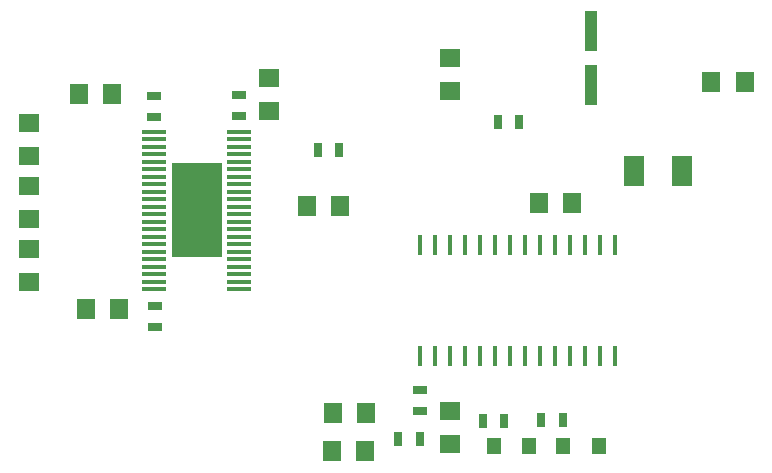
<source format=gtp>
G75*
G70*
%OFA0B0*%
%FSLAX24Y24*%
%IPPOS*%
%LPD*%
%AMOC8*
5,1,8,0,0,1.08239X$1,22.5*
%
%ADD10R,0.0669X0.0984*%
%ADD11R,0.0709X0.0630*%
%ADD12R,0.0394X0.1378*%
%ADD13R,0.0315X0.0472*%
%ADD14R,0.0472X0.0551*%
%ADD15R,0.0472X0.0315*%
%ADD16R,0.0138X0.0709*%
%ADD17R,0.0630X0.0709*%
%ADD18R,0.0787X0.0157*%
%ADD19R,0.1693X0.3150*%
D10*
X024053Y010919D03*
X025628Y010919D03*
D11*
X017919Y013584D03*
X017919Y014687D03*
X011888Y014018D03*
X011888Y012915D03*
X003884Y012506D03*
X003884Y011403D03*
X003876Y010415D03*
X003876Y009313D03*
X003876Y008325D03*
X003876Y007222D03*
X017919Y002919D03*
X017919Y001817D03*
D12*
X022596Y013793D03*
X022596Y015565D03*
D13*
X020210Y012533D03*
X019502Y012533D03*
X014222Y011600D03*
X013514Y011600D03*
X018994Y002565D03*
X019703Y002565D03*
X020955Y002612D03*
X021663Y002612D03*
X016892Y001974D03*
X016183Y001974D03*
D14*
X019372Y001738D03*
X020553Y001738D03*
X021691Y001734D03*
X022872Y001734D03*
D15*
X008061Y005714D03*
X008061Y006423D03*
X008045Y012707D03*
X008045Y013415D03*
X010880Y013443D03*
X010880Y012734D03*
X016907Y003620D03*
X016907Y002911D03*
D16*
X016903Y004734D03*
X017403Y004734D03*
X017903Y004734D03*
X018403Y004734D03*
X018903Y004734D03*
X019403Y004734D03*
X019903Y004734D03*
X020403Y004734D03*
X020903Y004734D03*
X021403Y004734D03*
X021903Y004734D03*
X022403Y004734D03*
X022903Y004734D03*
X023403Y004734D03*
X023403Y008435D03*
X022903Y008435D03*
X022403Y008435D03*
X021903Y008435D03*
X021403Y008435D03*
X020903Y008435D03*
X020403Y008435D03*
X019903Y008435D03*
X019403Y008435D03*
X018903Y008435D03*
X018403Y008435D03*
X017903Y008435D03*
X017403Y008435D03*
X016903Y008435D03*
D17*
X014234Y009754D03*
X013132Y009754D03*
X006868Y006301D03*
X005766Y006301D03*
X013994Y002856D03*
X015096Y002856D03*
X015084Y001577D03*
X013982Y001577D03*
X020876Y009852D03*
X021978Y009852D03*
X026624Y013868D03*
X027726Y013868D03*
X006647Y013466D03*
X005545Y013466D03*
D18*
X008053Y012225D03*
X008053Y011975D03*
X008053Y011725D03*
X008053Y011475D03*
X008053Y011225D03*
X008053Y010975D03*
X008053Y010725D03*
X008053Y010475D03*
X008053Y010225D03*
X008053Y009975D03*
X008053Y009725D03*
X008053Y009475D03*
X008053Y009225D03*
X008053Y008975D03*
X008053Y008725D03*
X008053Y008475D03*
X008053Y008225D03*
X008053Y007975D03*
X008053Y007725D03*
X008053Y007475D03*
X008053Y007225D03*
X008053Y006975D03*
X010888Y006975D03*
X010888Y007225D03*
X010888Y007475D03*
X010888Y007725D03*
X010888Y007975D03*
X010888Y008225D03*
X010888Y008475D03*
X010888Y008725D03*
X010888Y008975D03*
X010888Y009225D03*
X010888Y009475D03*
X010888Y009725D03*
X010888Y009975D03*
X010888Y010225D03*
X010888Y010475D03*
X010888Y010725D03*
X010888Y010975D03*
X010888Y011225D03*
X010888Y011475D03*
X010888Y011725D03*
X010888Y011975D03*
X010888Y012225D03*
D19*
X009470Y009600D03*
M02*

</source>
